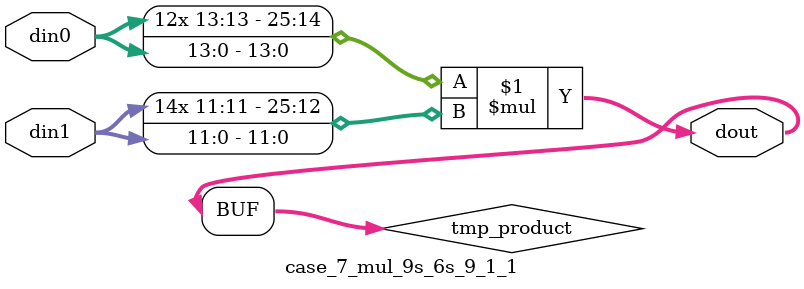
<source format=v>

`timescale 1 ns / 1 ps

 module case_7_mul_9s_6s_9_1_1(din0, din1, dout);
parameter ID = 1;
parameter NUM_STAGE = 0;
parameter din0_WIDTH = 14;
parameter din1_WIDTH = 12;
parameter dout_WIDTH = 26;

input [din0_WIDTH - 1 : 0] din0; 
input [din1_WIDTH - 1 : 0] din1; 
output [dout_WIDTH - 1 : 0] dout;

wire signed [dout_WIDTH - 1 : 0] tmp_product;



























assign tmp_product = $signed(din0) * $signed(din1);








assign dout = tmp_product;





















endmodule

</source>
